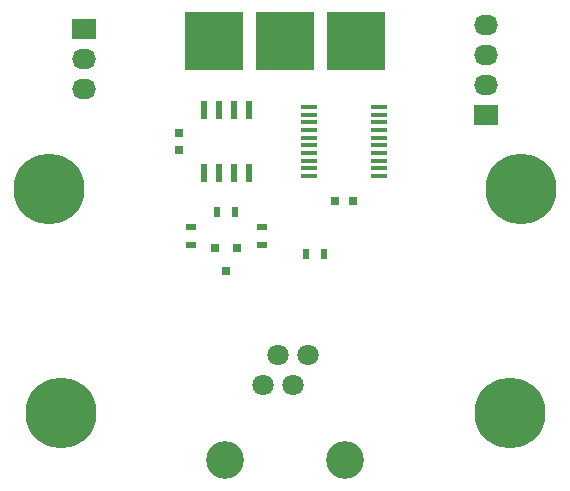
<source format=gbs>
G04 #@! TF.FileFunction,Soldermask,Bot*
%FSLAX46Y46*%
G04 Gerber Fmt 4.6, Leading zero omitted, Abs format (unit mm)*
G04 Created by KiCad (PCBNEW 4.0.7) date Sun Apr  1 13:56:06 2018*
%MOMM*%
%LPD*%
G01*
G04 APERTURE LIST*
%ADD10C,0.150000*%
%ADD11R,5.000000X5.000000*%
%ADD12C,6.000000*%
%ADD13R,0.800000X0.750000*%
%ADD14R,0.750000X0.800000*%
%ADD15R,2.032000X1.727200*%
%ADD16O,2.032000X1.727200*%
%ADD17C,3.200000*%
%ADD18C,1.800000*%
%ADD19R,0.900000X0.500000*%
%ADD20R,0.500000X0.900000*%
%ADD21R,1.450000X0.450000*%
%ADD22R,0.800100X0.800100*%
%ADD23R,0.600000X1.550000*%
G04 APERTURE END LIST*
D10*
D11*
X181000000Y-167500000D03*
X175000000Y-167500000D03*
X169000000Y-167500000D03*
D12*
X156000000Y-199000000D03*
X194000000Y-199000000D03*
X195000000Y-180000000D03*
X155000000Y-180000000D03*
D13*
X179250000Y-181000000D03*
X180750000Y-181000000D03*
D14*
X166000000Y-176750000D03*
X166000000Y-175250000D03*
D15*
X158000000Y-166460000D03*
D16*
X158000000Y-169000000D03*
X158000000Y-171540000D03*
D17*
X169920000Y-203000000D03*
X180080000Y-203000000D03*
D18*
X173095000Y-196650000D03*
X174365000Y-194110000D03*
X175635000Y-196650000D03*
X176905000Y-194110000D03*
D15*
X192000000Y-173750000D03*
D16*
X192000000Y-171210000D03*
X192000000Y-168670000D03*
X192000000Y-166130000D03*
D19*
X167000000Y-183250000D03*
X167000000Y-184750000D03*
D20*
X169250000Y-182000000D03*
X170750000Y-182000000D03*
D19*
X173000000Y-184750000D03*
X173000000Y-183250000D03*
D20*
X178250000Y-185500000D03*
X176750000Y-185500000D03*
D21*
X182950000Y-173075000D03*
X182950000Y-173725000D03*
X182950000Y-174375000D03*
X182950000Y-175025000D03*
X182950000Y-175675000D03*
X182950000Y-176325000D03*
X182950000Y-176975000D03*
X182950000Y-177625000D03*
X182950000Y-178275000D03*
X182950000Y-178925000D03*
X177050000Y-178925000D03*
X177050000Y-178275000D03*
X177050000Y-177625000D03*
X177050000Y-176975000D03*
X177050000Y-176325000D03*
X177050000Y-175675000D03*
X177050000Y-175025000D03*
X177050000Y-174375000D03*
X177050000Y-173725000D03*
X177050000Y-173075000D03*
D22*
X169050000Y-184999240D03*
X170950000Y-184999240D03*
X170000000Y-186998220D03*
D23*
X168095000Y-173300000D03*
X169365000Y-173300000D03*
X170635000Y-173300000D03*
X171905000Y-173300000D03*
X171905000Y-178700000D03*
X170635000Y-178700000D03*
X169365000Y-178700000D03*
X168095000Y-178700000D03*
M02*

</source>
